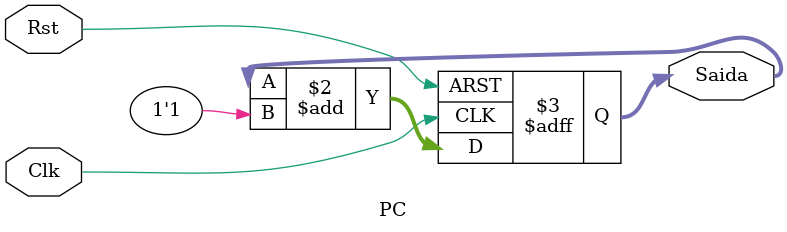
<source format=v>
module PC(
	input Clk,
	input Rst,
	output reg [9:0] Saida
);

	always@(posedge Clk or posedge Rst) begin 
		if (Rst)
			begin
				Saida <= 0;
			end
		else
			begin
				Saida <= Saida + 1'b1;
			end	
	end

endmodule 
</source>
